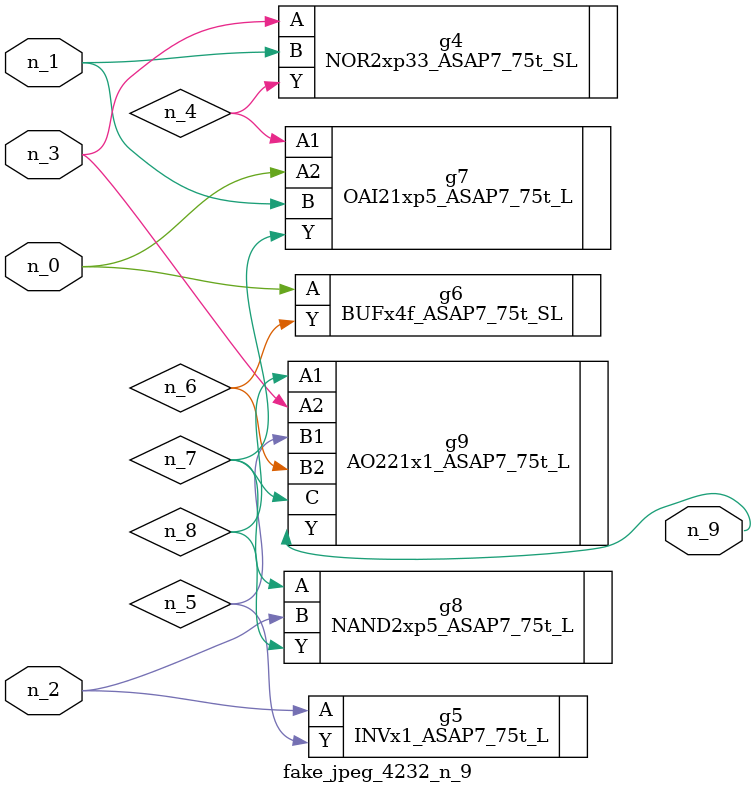
<source format=v>
module fake_jpeg_4232_n_9 (n_0, n_3, n_2, n_1, n_9);

input n_0;
input n_3;
input n_2;
input n_1;

output n_9;

wire n_4;
wire n_8;
wire n_6;
wire n_5;
wire n_7;

NOR2xp33_ASAP7_75t_SL g4 ( 
.A(n_3),
.B(n_1),
.Y(n_4)
);

INVx1_ASAP7_75t_L g5 ( 
.A(n_2),
.Y(n_5)
);

BUFx4f_ASAP7_75t_SL g6 ( 
.A(n_0),
.Y(n_6)
);

OAI21xp5_ASAP7_75t_L g7 ( 
.A1(n_4),
.A2(n_0),
.B(n_1),
.Y(n_7)
);

NAND2xp5_ASAP7_75t_L g8 ( 
.A(n_7),
.B(n_2),
.Y(n_8)
);

AO221x1_ASAP7_75t_L g9 ( 
.A1(n_8),
.A2(n_3),
.B1(n_5),
.B2(n_6),
.C(n_7),
.Y(n_9)
);


endmodule
</source>
